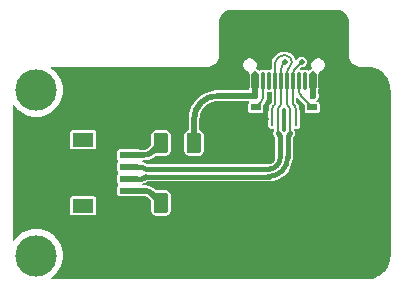
<source format=gbr>
%TF.GenerationSoftware,KiCad,Pcbnew,8.0.9*%
%TF.CreationDate,2025-07-19T06:53:02+07:00*%
%TF.ProjectId,Daughterboard,44617567-6874-4657-9262-6f6172642e6b,rev?*%
%TF.SameCoordinates,Original*%
%TF.FileFunction,Copper,L1,Top*%
%TF.FilePolarity,Positive*%
%FSLAX46Y46*%
G04 Gerber Fmt 4.6, Leading zero omitted, Abs format (unit mm)*
G04 Created by KiCad (PCBNEW 8.0.9) date 2025-07-19 06:53:02*
%MOMM*%
%LPD*%
G01*
G04 APERTURE LIST*
G04 Aperture macros list*
%AMRoundRect*
0 Rectangle with rounded corners*
0 $1 Rounding radius*
0 $2 $3 $4 $5 $6 $7 $8 $9 X,Y pos of 4 corners*
0 Add a 4 corners polygon primitive as box body*
4,1,4,$2,$3,$4,$5,$6,$7,$8,$9,$2,$3,0*
0 Add four circle primitives for the rounded corners*
1,1,$1+$1,$2,$3*
1,1,$1+$1,$4,$5*
1,1,$1+$1,$6,$7*
1,1,$1+$1,$8,$9*
0 Add four rect primitives between the rounded corners*
20,1,$1+$1,$2,$3,$4,$5,0*
20,1,$1+$1,$4,$5,$6,$7,0*
20,1,$1+$1,$6,$7,$8,$9,0*
20,1,$1+$1,$8,$9,$2,$3,0*%
G04 Aperture macros list end*
%TA.AperFunction,SMDPad,CuDef*%
%ADD10RoundRect,0.250000X-0.375000X-0.625000X0.375000X-0.625000X0.375000X0.625000X-0.375000X0.625000X0*%
%TD*%
%TA.AperFunction,WasherPad*%
%ADD11C,3.500001*%
%TD*%
%TA.AperFunction,SMDPad,CuDef*%
%ADD12R,0.900000X0.500000*%
%TD*%
%TA.AperFunction,SMDPad,CuDef*%
%ADD13RoundRect,0.250000X0.375000X0.625000X-0.375000X0.625000X-0.375000X-0.625000X0.375000X-0.625000X0*%
%TD*%
%TA.AperFunction,ComponentPad*%
%ADD14C,3.500001*%
%TD*%
%TA.AperFunction,SMDPad,CuDef*%
%ADD15RoundRect,0.125000X-0.000010X-0.150000X0.000010X-0.150000X0.000010X0.150000X-0.000010X0.150000X0*%
%TD*%
%TA.AperFunction,SMDPad,CuDef*%
%ADD16R,0.250000X0.550000*%
%TD*%
%TA.AperFunction,SMDPad,CuDef*%
%ADD17R,0.300000X0.550000*%
%TD*%
%TA.AperFunction,SMDPad,CuDef*%
%ADD18RoundRect,0.150000X0.150000X0.575000X-0.150000X0.575000X-0.150000X-0.575000X0.150000X-0.575000X0*%
%TD*%
%TA.AperFunction,SMDPad,CuDef*%
%ADD19RoundRect,0.075000X0.075000X0.650000X-0.075000X0.650000X-0.075000X-0.650000X0.075000X-0.650000X0*%
%TD*%
%TA.AperFunction,ComponentPad*%
%ADD20O,1.100000X2.200000*%
%TD*%
%TA.AperFunction,ComponentPad*%
%ADD21O,1.300000X1.900000*%
%TD*%
%TA.AperFunction,SMDPad,CuDef*%
%ADD22R,1.800000X1.200000*%
%TD*%
%TA.AperFunction,SMDPad,CuDef*%
%ADD23R,1.550000X0.600000*%
%TD*%
%TA.AperFunction,ViaPad*%
%ADD24C,0.800000*%
%TD*%
%TA.AperFunction,ViaPad*%
%ADD25C,0.450000*%
%TD*%
%TA.AperFunction,ViaPad*%
%ADD26C,0.600000*%
%TD*%
%TA.AperFunction,ViaPad*%
%ADD27C,0.500000*%
%TD*%
%TA.AperFunction,Conductor*%
%ADD28C,0.500000*%
%TD*%
%TA.AperFunction,Conductor*%
%ADD29C,0.200000*%
%TD*%
%TA.AperFunction,Conductor*%
%ADD30C,0.430000*%
%TD*%
G04 APERTURE END LIST*
D10*
%TO.P,L1,1,1*%
%TO.N,GND*%
X86585000Y-71725800D03*
%TO.P,L1,2,2*%
%TO.N,GNDPWR*%
X89385000Y-71725800D03*
%TD*%
D11*
%TO.P,MH3,*%
%TO.N,*%
X76015000Y-76185800D03*
%TD*%
%TO.P,MH1,*%
%TO.N,*%
X76015000Y-62185800D03*
%TD*%
D12*
%TO.P,R1,1*%
%TO.N,CC1*%
X99400000Y-63650000D03*
%TO.P,R1,2*%
%TO.N,GNDPWR*%
X99400000Y-65150000D03*
%TD*%
D13*
%TO.P,F1,1*%
%TO.N,VBUS*%
X89385000Y-66645800D03*
%TO.P,F1,2*%
%TO.N,VCC*%
X86585000Y-66645800D03*
%TD*%
D14*
%TO.P,MH2,1,Pin_1*%
%TO.N,GNDPWR*%
X104015000Y-76185800D03*
%TD*%
D15*
%TO.P,U1,1,IO1*%
%TO.N,DA+*%
X96000000Y-64985000D03*
D16*
%TO.P,U1,2,IO2*%
%TO.N,DA-*%
X96500000Y-64985000D03*
D17*
%TO.P,U1,3,GND*%
%TO.N,GNDPWR*%
X97000000Y-64985000D03*
D16*
%TO.P,U1,4,D2+*%
%TO.N,DA+*%
X97500000Y-64985000D03*
%TO.P,U1,5,D2-*%
%TO.N,DA-*%
X98000000Y-64985000D03*
%TO.P,U1,6,NC*%
X98000000Y-64215000D03*
%TO.P,U1,7,NC*%
%TO.N,DA+*%
X97500000Y-64215000D03*
D17*
%TO.P,U1,8,GND*%
%TO.N,GNDPWR*%
X97000000Y-64215000D03*
D16*
%TO.P,U1,9,NC*%
%TO.N,DA-*%
X96500000Y-64215000D03*
%TO.P,U1,10,NC*%
%TO.N,DA+*%
X96000000Y-64215000D03*
%TD*%
D18*
%TO.P,J1,A1,GND*%
%TO.N,GNDPWR*%
X100248000Y-61375000D03*
%TO.P,J1,A4,VBUS*%
%TO.N,VBUS*%
X99448000Y-61375000D03*
D19*
%TO.P,J1,A5,CC1*%
%TO.N,CC1*%
X98248000Y-61375000D03*
%TO.P,J1,A6,D+*%
%TO.N,DA+*%
X97252000Y-61375000D03*
%TO.P,J1,A7,D-*%
%TO.N,DA-*%
X96748000Y-61375000D03*
%TO.P,J1,A8,SBU1*%
%TO.N,unconnected-(J1-SBU1-PadA8)*%
X95748000Y-61375000D03*
D18*
%TO.P,J1,B1,GND*%
%TO.N,GNDPWR*%
X93748000Y-61375000D03*
%TO.P,J1,B4,VBUS*%
%TO.N,VBUS*%
X94548000Y-61375000D03*
D19*
%TO.P,J1,B5,CC2*%
%TO.N,CC2*%
X95248000Y-61375000D03*
%TO.P,J1,B6,D+*%
%TO.N,DA+*%
X96248000Y-61375000D03*
%TO.P,J1,B7,D-*%
%TO.N,DA-*%
X97748000Y-61375000D03*
%TO.P,J1,B8,SBU2*%
%TO.N,unconnected-(J1-SBU2-PadB8)*%
X98748000Y-61375000D03*
D20*
%TO.P,J1,S,SHIELD*%
%TO.N,GNDPWR*%
X101298000Y-60600000D03*
D21*
X101298000Y-56400000D03*
D20*
X92698000Y-60600000D03*
D21*
X92698000Y-56400000D03*
%TD*%
D12*
%TO.P,R2,1*%
%TO.N,CC2*%
X94600000Y-63650000D03*
%TO.P,R2,2*%
%TO.N,GNDPWR*%
X94600000Y-65150000D03*
%TD*%
D22*
%TO.P,J4,*%
%TO.N,*%
X79995000Y-66385800D03*
X79995000Y-71985800D03*
D23*
%TO.P,J4,1,Pin_1*%
%TO.N,VCC*%
X83870000Y-67685800D03*
%TO.P,J4,2,Pin_2*%
%TO.N,DA-*%
X83870000Y-68685800D03*
%TO.P,J4,3,Pin_3*%
%TO.N,DA+*%
X83870000Y-69685800D03*
%TO.P,J4,4,Pin_4*%
%TO.N,GND*%
X83870000Y-70685800D03*
%TD*%
D24*
%TO.N,GNDPWR*%
X93855000Y-71867000D03*
X98935000Y-57897000D03*
X88775000Y-76947000D03*
X100205000Y-69327000D03*
X82425000Y-62977000D03*
X92585000Y-76947000D03*
X79885000Y-61707000D03*
X101475000Y-76947000D03*
X98935000Y-66787000D03*
X84965000Y-61707000D03*
X91315000Y-66787000D03*
X101475000Y-71867000D03*
X82425000Y-75677000D03*
X97665000Y-73137000D03*
X96395000Y-76947000D03*
X95125000Y-66787000D03*
D25*
X97000000Y-64600000D03*
D24*
X87505000Y-74407000D03*
X82425000Y-66787000D03*
X78615000Y-68057000D03*
X104015000Y-68057000D03*
X82425000Y-71867000D03*
X76075000Y-69327000D03*
X104015000Y-61707000D03*
X79885000Y-70597000D03*
X78615000Y-64247000D03*
X84965000Y-76947000D03*
X102745000Y-65517000D03*
X98935000Y-75677000D03*
X91315000Y-74407000D03*
X101475000Y-62977000D03*
X91315000Y-70597000D03*
X96395000Y-56627000D03*
X92585000Y-64247000D03*
X78615000Y-74407000D03*
X84965000Y-65517000D03*
X76075000Y-73137000D03*
X79885000Y-76947000D03*
X93855000Y-57897000D03*
X95125000Y-74407000D03*
D26*
X99400000Y-64600000D03*
D24*
X84965000Y-73137000D03*
X104015000Y-73137000D03*
X96395000Y-70597000D03*
X76075000Y-65517000D03*
X87505000Y-62977000D03*
D26*
X94600000Y-64600000D03*
%TO.N,VBUS*%
X94548000Y-62648000D03*
X99448000Y-62648000D03*
D27*
%TO.N,DA-*%
X97109341Y-59791341D03*
X98498000Y-59791341D03*
%TD*%
D28*
%TO.N,GNDPWR*%
X99400000Y-65150000D02*
X99400000Y-64600000D01*
X94600000Y-65150000D02*
X94600000Y-64600000D01*
%TO.N,VCC*%
X85837893Y-67392907D02*
X86585000Y-66645800D01*
X83870000Y-67685800D02*
X85130786Y-67685800D01*
X85130786Y-67685800D02*
G75*
G03*
X85837900Y-67392914I14J1000000D01*
G01*
%TO.N,VBUS*%
X99448000Y-62648000D02*
X99448000Y-60825000D01*
X89385000Y-64648000D02*
X89385000Y-66645800D01*
X94548000Y-60825000D02*
X94548000Y-62648000D01*
X94548000Y-62648000D02*
X91385000Y-62648000D01*
D29*
X94548000Y-60825000D02*
X94548000Y-60819670D01*
D28*
X91385000Y-62648000D02*
G75*
G03*
X89385000Y-64648000I0J-2000000D01*
G01*
D29*
%TO.N,CC1*%
X98248000Y-60825000D02*
X98248000Y-62083786D01*
X98540893Y-62790893D02*
X99400000Y-63650000D01*
X98248000Y-62083786D02*
G75*
G03*
X98540886Y-62790900I1000000J-14D01*
G01*
%TO.N,DA+*%
X96248000Y-60825000D02*
X96248000Y-63272761D01*
D30*
X85120369Y-69597932D02*
X85129633Y-69588668D01*
D29*
X97500000Y-63793553D02*
X97500000Y-64215000D01*
X97252000Y-60633107D02*
X97252000Y-60825000D01*
X96174776Y-63449538D02*
X96073223Y-63551091D01*
X97500000Y-64985000D02*
X97500000Y-65850000D01*
D30*
X83870000Y-69685800D02*
X84908237Y-69685800D01*
D29*
X97483606Y-59387788D02*
X97512895Y-59417077D01*
X96000000Y-64215000D02*
X96000000Y-64985000D01*
X97325224Y-63515224D02*
X97426777Y-63616777D01*
X96000000Y-63727867D02*
X96000000Y-64215000D01*
D30*
X97315000Y-67870800D02*
X97315000Y-66035000D01*
D29*
X97500000Y-64215000D02*
X97500000Y-64985000D01*
X97512894Y-60165106D02*
X97398446Y-60279554D01*
X96893766Y-59241341D02*
X97130052Y-59241341D01*
D30*
X85341765Y-69500800D02*
X95685000Y-69500800D01*
D29*
X96248000Y-60825000D02*
X96248000Y-59887107D01*
D30*
X97315000Y-66035000D02*
X97500000Y-65850000D01*
D29*
X96394447Y-59533553D02*
X96540213Y-59387787D01*
X97252000Y-60825000D02*
X97252000Y-63338447D01*
X97659341Y-59770630D02*
X97659341Y-59811552D01*
X97252000Y-60633107D02*
G75*
G02*
X97398443Y-60279551I500000J7D01*
G01*
X96174776Y-63449538D02*
G75*
G03*
X96247972Y-63272761I-176776J176738D01*
G01*
X96893766Y-59241341D02*
G75*
G03*
X96540239Y-59387813I34J-499959D01*
G01*
X96248000Y-59887107D02*
G75*
G02*
X96394444Y-59533550I500000J7D01*
G01*
X97512895Y-59417077D02*
G75*
G02*
X97659308Y-59770630I-353595J-353523D01*
G01*
X97252000Y-63338447D02*
G75*
G03*
X97325247Y-63515201I250000J47D01*
G01*
X97483606Y-59387788D02*
G75*
G03*
X97130052Y-59241363I-353506J-353512D01*
G01*
D30*
X95685000Y-69500800D02*
G75*
G03*
X97315000Y-67870800I0J1630000D01*
G01*
X85341765Y-69500800D02*
G75*
G03*
X85129650Y-69588685I35J-300000D01*
G01*
D29*
X97512894Y-60165106D02*
G75*
G03*
X97659295Y-59811552I-353594J353506D01*
G01*
X97426777Y-63616777D02*
G75*
G02*
X97500033Y-63793553I-176777J-176823D01*
G01*
X96073223Y-63551091D02*
G75*
G03*
X95999977Y-63727867I176777J-176809D01*
G01*
D30*
X84908237Y-69685800D02*
G75*
G03*
X85120351Y-69597914I-37J300000D01*
G01*
%TO.N,DA-*%
X85120369Y-68773668D02*
X85129633Y-68782932D01*
X96685000Y-67870800D02*
X96685000Y-66035000D01*
D29*
X96674776Y-63515224D02*
X96573223Y-63616777D01*
X97109341Y-59791341D02*
X96894446Y-60006236D01*
D30*
X83870000Y-68685800D02*
X84908237Y-68685800D01*
D29*
X97748000Y-60825000D02*
X97748000Y-60748448D01*
D30*
X85341765Y-68870800D02*
X95685000Y-68870800D01*
D29*
X96500000Y-63793553D02*
X96500000Y-64215000D01*
X97894447Y-60394894D02*
X98498000Y-59791341D01*
X97821224Y-63445538D02*
X97926777Y-63551091D01*
X98000000Y-63727867D02*
X98000000Y-64215000D01*
D30*
X96685000Y-66035000D02*
X96500000Y-65850000D01*
D29*
X96748000Y-60825000D02*
X96748000Y-63338447D01*
X98000000Y-64215000D02*
X98000000Y-64985000D01*
X96500000Y-64985000D02*
X96500000Y-65850000D01*
X97748000Y-60825000D02*
X97748000Y-63268761D01*
X96748000Y-60359789D02*
X96748000Y-60825000D01*
X96500000Y-64215000D02*
X96500000Y-64985000D01*
D30*
X95685000Y-68870800D02*
G75*
G03*
X96685000Y-67870800I0J1000000D01*
G01*
D29*
X96573223Y-63616777D02*
G75*
G03*
X96499967Y-63793553I176777J-176823D01*
G01*
X97748000Y-63268761D02*
G75*
G03*
X97821204Y-63445558I250000J-39D01*
G01*
X96748000Y-63338447D02*
G75*
G02*
X96674753Y-63515201I-250000J47D01*
G01*
X98000000Y-63727867D02*
G75*
G03*
X97926761Y-63551107I-250000J-33D01*
G01*
X97748000Y-60748448D02*
G75*
G02*
X97894423Y-60394870I500000J48D01*
G01*
D30*
X85120369Y-68773668D02*
G75*
G03*
X84908237Y-68685774I-212169J-212132D01*
G01*
X85341765Y-68870800D02*
G75*
G02*
X85129650Y-68782915I35J300000D01*
G01*
D29*
X96894446Y-60006236D02*
G75*
G03*
X96747992Y-60359789I353554J-353564D01*
G01*
%TO.N,CC2*%
X95248000Y-60825000D02*
X95248000Y-62587786D01*
X94955107Y-63294893D02*
X94600000Y-63650000D01*
X95248000Y-62587786D02*
G75*
G02*
X94955114Y-63294900I-1000000J-14D01*
G01*
D28*
%TO.N,GND*%
X85837893Y-70978693D02*
X86585000Y-71725800D01*
X83870000Y-70685800D02*
X85130786Y-70685800D01*
X85837893Y-70978693D02*
G75*
G03*
X85130786Y-70685810I-707093J-707107D01*
G01*
%TD*%
%TA.AperFunction,Conductor*%
%TO.N,GNDPWR*%
G36*
X97030274Y-63644527D02*
G01*
X97062499Y-63671565D01*
X97074410Y-63689384D01*
X97074424Y-63689405D01*
X97109282Y-63724253D01*
X97109281Y-63724253D01*
X97109289Y-63724260D01*
X97168371Y-63783342D01*
X97190111Y-63829962D01*
X97186371Y-63854264D01*
X97187578Y-63854505D01*
X97174500Y-63920251D01*
X97174500Y-64509748D01*
X97186132Y-64568230D01*
X97187372Y-64571222D01*
X97187553Y-64575371D01*
X97187578Y-64575496D01*
X97187558Y-64575499D01*
X97189616Y-64622613D01*
X97187373Y-64628776D01*
X97186132Y-64631770D01*
X97174500Y-64690251D01*
X97174500Y-65279748D01*
X97186132Y-65338229D01*
X97186825Y-65339266D01*
X97187545Y-65341640D01*
X97188968Y-65345075D01*
X97188629Y-65345215D01*
X97199500Y-65381048D01*
X97199500Y-65531744D01*
X97181907Y-65580082D01*
X97177474Y-65584919D01*
X97053172Y-65709220D01*
X97006552Y-65730959D01*
X96956865Y-65717645D01*
X96946824Y-65709219D01*
X96940123Y-65702518D01*
X96822525Y-65584919D01*
X96800786Y-65538299D01*
X96800500Y-65531745D01*
X96800500Y-65381048D01*
X96811370Y-65345215D01*
X96811032Y-65345075D01*
X96812454Y-65341640D01*
X96813175Y-65339266D01*
X96813867Y-65338231D01*
X96825500Y-65279748D01*
X96825500Y-64690252D01*
X96813867Y-64631769D01*
X96813864Y-64631765D01*
X96812629Y-64628782D01*
X96812447Y-64624633D01*
X96812422Y-64624505D01*
X96812441Y-64624501D01*
X96810382Y-64577391D01*
X96812630Y-64571216D01*
X96813864Y-64568234D01*
X96813867Y-64568231D01*
X96825500Y-64509748D01*
X96825500Y-63920252D01*
X96813867Y-63861769D01*
X96813866Y-63861768D01*
X96812422Y-63854505D01*
X96814836Y-63854024D01*
X96813079Y-63813915D01*
X96831626Y-63783343D01*
X96915236Y-63699735D01*
X96915237Y-63699732D01*
X96918648Y-63696322D01*
X96918904Y-63696029D01*
X96925552Y-63689384D01*
X96937460Y-63671566D01*
X96978945Y-63641157D01*
X97030274Y-63644527D01*
G37*
%TD.AperFunction*%
%TA.AperFunction,Conductor*%
G36*
X101473938Y-55385823D02*
G01*
X101480328Y-55385979D01*
X101564778Y-55388048D01*
X101577601Y-55389469D01*
X101756727Y-55425100D01*
X101770822Y-55429375D01*
X101938693Y-55498910D01*
X101951694Y-55505859D01*
X102102774Y-55606807D01*
X102114169Y-55616160D01*
X102242639Y-55744630D01*
X102251992Y-55756025D01*
X102352940Y-55907105D01*
X102359889Y-55920106D01*
X102429422Y-56087971D01*
X102433701Y-56102078D01*
X102469329Y-56281194D01*
X102470751Y-56294023D01*
X102472977Y-56384861D01*
X102473000Y-56386703D01*
X102473000Y-59185817D01*
X102475406Y-59284047D01*
X102475408Y-59284060D01*
X102513743Y-59476783D01*
X102513744Y-59476786D01*
X102570009Y-59612623D01*
X102588945Y-59658337D01*
X102698119Y-59821728D01*
X102698121Y-59821730D01*
X102698123Y-59821733D01*
X102837066Y-59960676D01*
X102837069Y-59960678D01*
X102837072Y-59960681D01*
X103000463Y-60069855D01*
X103182013Y-60145056D01*
X103374746Y-60183393D01*
X103399309Y-60183994D01*
X103472982Y-60185800D01*
X103473000Y-60185800D01*
X104014332Y-60185800D01*
X104015672Y-60185811D01*
X104153153Y-60188264D01*
X104162514Y-60189017D01*
X104435363Y-60228246D01*
X104445826Y-60230522D01*
X104709664Y-60307992D01*
X104719714Y-60311741D01*
X104969833Y-60425967D01*
X104979241Y-60431104D01*
X105106340Y-60512786D01*
X105210563Y-60579766D01*
X105219141Y-60586187D01*
X105426967Y-60766268D01*
X105434531Y-60773832D01*
X105614610Y-60981655D01*
X105621033Y-60990236D01*
X105769692Y-61221553D01*
X105774834Y-61230970D01*
X105889057Y-61481084D01*
X105892807Y-61491137D01*
X105970274Y-61754963D01*
X105972555Y-61765447D01*
X106011782Y-62038285D01*
X106012535Y-62047645D01*
X106014988Y-62185126D01*
X106015000Y-62186468D01*
X106015000Y-76185131D01*
X106014988Y-76186473D01*
X106012535Y-76323954D01*
X106011782Y-76333314D01*
X105972555Y-76606152D01*
X105970274Y-76616636D01*
X105892807Y-76880462D01*
X105889057Y-76890515D01*
X105774834Y-77140629D01*
X105769692Y-77150046D01*
X105621033Y-77381363D01*
X105614605Y-77389950D01*
X105434537Y-77597760D01*
X105426960Y-77605337D01*
X105219152Y-77785404D01*
X105210563Y-77791833D01*
X104979246Y-77940492D01*
X104969829Y-77945634D01*
X104719715Y-78059857D01*
X104709662Y-78063607D01*
X104445836Y-78141074D01*
X104435352Y-78143355D01*
X104162514Y-78182582D01*
X104153154Y-78183335D01*
X104018661Y-78185734D01*
X104015671Y-78185788D01*
X104014332Y-78185800D01*
X77334882Y-78185800D01*
X77286544Y-78168207D01*
X77260824Y-78123658D01*
X77269757Y-78073000D01*
X77293101Y-78048074D01*
X77392838Y-77981433D01*
X77615427Y-77786227D01*
X77810633Y-77563638D01*
X77975115Y-77317473D01*
X78106059Y-77051945D01*
X78201224Y-76771597D01*
X78258983Y-76481226D01*
X78278346Y-76185800D01*
X78278346Y-76185794D01*
X102912498Y-76185794D01*
X102912498Y-76185805D01*
X102932420Y-76394441D01*
X102932422Y-76394451D01*
X102991472Y-76595560D01*
X103087513Y-76781854D01*
X103217079Y-76946610D01*
X103217081Y-76946611D01*
X103217082Y-76946613D01*
X103375486Y-77083872D01*
X103557004Y-77188671D01*
X103755075Y-77257224D01*
X103962541Y-77287053D01*
X104171902Y-77277080D01*
X104171909Y-77277078D01*
X104171912Y-77277078D01*
X104375589Y-77227666D01*
X104375589Y-77227665D01*
X104375593Y-77227665D01*
X104566251Y-77140595D01*
X104736985Y-77019015D01*
X104881625Y-76867322D01*
X104994943Y-76690996D01*
X105072843Y-76496411D01*
X105112510Y-76290599D01*
X105115000Y-76185800D01*
X105112510Y-76081001D01*
X105072843Y-75875189D01*
X105058030Y-75838189D01*
X104994943Y-75680604D01*
X104994942Y-75680602D01*
X104881626Y-75504279D01*
X104736988Y-75352588D01*
X104736987Y-75352587D01*
X104736985Y-75352585D01*
X104566251Y-75231005D01*
X104566246Y-75231002D01*
X104566243Y-75231001D01*
X104375593Y-75143935D01*
X104375589Y-75143933D01*
X104171912Y-75094521D01*
X104171902Y-75094520D01*
X103962542Y-75084547D01*
X103962541Y-75084547D01*
X103893385Y-75094490D01*
X103755073Y-75114376D01*
X103557001Y-75182930D01*
X103375488Y-75287726D01*
X103375486Y-75287728D01*
X103217079Y-75424989D01*
X103087513Y-75589745D01*
X102991472Y-75776039D01*
X102932422Y-75977148D01*
X102932420Y-75977158D01*
X102912498Y-76185794D01*
X78278346Y-76185794D01*
X78258983Y-75890374D01*
X78201224Y-75600003D01*
X78106059Y-75319655D01*
X77975115Y-75054127D01*
X77810633Y-74807962D01*
X77706632Y-74689372D01*
X77615427Y-74585372D01*
X77496837Y-74481372D01*
X77392838Y-74390167D01*
X77146673Y-74225685D01*
X77146669Y-74225683D01*
X76881144Y-74094740D01*
X76699297Y-74033012D01*
X76600797Y-73999576D01*
X76600794Y-73999575D01*
X76600793Y-73999575D01*
X76453654Y-73970307D01*
X76310426Y-73941817D01*
X76310424Y-73941816D01*
X76310420Y-73941816D01*
X76015000Y-73922454D01*
X75719579Y-73941816D01*
X75719574Y-73941817D01*
X75429206Y-73999575D01*
X75148855Y-74094740D01*
X74883330Y-74225683D01*
X74637162Y-74390167D01*
X74414572Y-74585372D01*
X74219366Y-74807963D01*
X74219360Y-74807971D01*
X74152726Y-74907696D01*
X74111243Y-74938113D01*
X74059913Y-74934748D01*
X74022755Y-74899177D01*
X74015000Y-74865917D01*
X74015000Y-71366051D01*
X78894500Y-71366051D01*
X78894500Y-72605548D01*
X78906132Y-72664029D01*
X78906133Y-72664031D01*
X78950448Y-72730352D01*
X79016769Y-72774667D01*
X79046010Y-72780483D01*
X79075251Y-72786300D01*
X79075252Y-72786300D01*
X80914749Y-72786300D01*
X80934242Y-72782422D01*
X80973231Y-72774667D01*
X81039552Y-72730352D01*
X81083867Y-72664031D01*
X81095500Y-72605548D01*
X81095500Y-71366052D01*
X81083867Y-71307569D01*
X81039552Y-71241248D01*
X80973231Y-71196933D01*
X80973229Y-71196932D01*
X80914749Y-71185300D01*
X80914748Y-71185300D01*
X79075252Y-71185300D01*
X79075251Y-71185300D01*
X79016770Y-71196932D01*
X79016768Y-71196933D01*
X78950448Y-71241248D01*
X78906133Y-71307568D01*
X78906132Y-71307570D01*
X78894500Y-71366051D01*
X74015000Y-71366051D01*
X74015000Y-67366051D01*
X82894500Y-67366051D01*
X82894500Y-68005548D01*
X82906132Y-68064029D01*
X82906133Y-68064031D01*
X82950448Y-68130352D01*
X82950449Y-68130352D01*
X82950450Y-68130354D01*
X82952722Y-68132626D01*
X82954462Y-68136359D01*
X82954563Y-68136509D01*
X82954539Y-68136524D01*
X82974462Y-68179246D01*
X82961148Y-68228933D01*
X82952722Y-68238974D01*
X82950450Y-68241245D01*
X82906133Y-68307568D01*
X82906132Y-68307570D01*
X82894500Y-68366051D01*
X82894500Y-69005548D01*
X82906132Y-69064029D01*
X82906133Y-69064031D01*
X82950448Y-69130352D01*
X82950449Y-69130352D01*
X82950450Y-69130354D01*
X82952722Y-69132626D01*
X82954462Y-69136359D01*
X82954563Y-69136509D01*
X82954539Y-69136524D01*
X82974462Y-69179246D01*
X82961148Y-69228933D01*
X82952722Y-69238974D01*
X82950450Y-69241245D01*
X82906133Y-69307568D01*
X82906132Y-69307570D01*
X82894500Y-69366051D01*
X82894500Y-70005548D01*
X82906132Y-70064029D01*
X82906133Y-70064031D01*
X82950448Y-70130352D01*
X82950449Y-70130352D01*
X82950450Y-70130354D01*
X82952722Y-70132626D01*
X82954462Y-70136359D01*
X82954563Y-70136509D01*
X82954539Y-70136524D01*
X82974462Y-70179246D01*
X82961148Y-70228933D01*
X82952722Y-70238974D01*
X82950450Y-70241245D01*
X82906133Y-70307568D01*
X82906132Y-70307570D01*
X82894500Y-70366051D01*
X82894500Y-71005548D01*
X82906132Y-71064029D01*
X82906133Y-71064031D01*
X82950448Y-71130352D01*
X83016769Y-71174667D01*
X83034159Y-71178126D01*
X83075251Y-71186300D01*
X83075252Y-71186300D01*
X84664749Y-71186300D01*
X84688291Y-71181617D01*
X84723231Y-71174667D01*
X84723234Y-71174665D01*
X84761683Y-71148974D01*
X84803462Y-71136300D01*
X85071483Y-71136300D01*
X85127098Y-71136300D01*
X85134467Y-71136661D01*
X85230625Y-71146131D01*
X85245083Y-71149007D01*
X85333990Y-71175976D01*
X85347608Y-71181617D01*
X85429546Y-71225411D01*
X85441801Y-71233598D01*
X85516428Y-71294842D01*
X85521896Y-71299799D01*
X85737474Y-71515377D01*
X85759214Y-71561997D01*
X85759500Y-71568551D01*
X85759500Y-72405073D01*
X85762353Y-72435492D01*
X85762354Y-72435499D01*
X85762355Y-72435501D01*
X85807205Y-72563679D01*
X85807207Y-72563682D01*
X85887850Y-72672950D01*
X85997117Y-72753592D01*
X85997120Y-72753594D01*
X86027889Y-72764360D01*
X86125301Y-72798446D01*
X86139347Y-72799763D01*
X86155727Y-72801300D01*
X86155734Y-72801300D01*
X87014272Y-72801300D01*
X87028312Y-72799982D01*
X87044699Y-72798446D01*
X87172882Y-72753593D01*
X87282150Y-72672950D01*
X87362793Y-72563682D01*
X87407646Y-72435499D01*
X87409073Y-72420282D01*
X87410500Y-72405073D01*
X87410500Y-71046526D01*
X87408869Y-71029143D01*
X87407646Y-71016101D01*
X87362793Y-70887918D01*
X87282150Y-70778650D01*
X87172882Y-70698007D01*
X87172879Y-70698005D01*
X87075470Y-70663921D01*
X87044699Y-70653154D01*
X87044694Y-70653153D01*
X87044692Y-70653153D01*
X87014273Y-70650300D01*
X87014266Y-70650300D01*
X86177765Y-70650300D01*
X86129427Y-70632707D01*
X86124591Y-70628275D01*
X86089226Y-70592911D01*
X86089222Y-70592907D01*
X85938370Y-70477157D01*
X85773701Y-70382088D01*
X85773697Y-70382086D01*
X85773693Y-70382084D01*
X85598037Y-70309327D01*
X85598024Y-70309323D01*
X85414375Y-70260117D01*
X85414368Y-70260115D01*
X85367238Y-70253911D01*
X85225851Y-70235299D01*
X85225848Y-70235299D01*
X85130780Y-70235300D01*
X85068656Y-70235300D01*
X85020318Y-70217707D01*
X84994598Y-70173158D01*
X85003531Y-70122500D01*
X85042936Y-70089435D01*
X85053977Y-70086347D01*
X85076630Y-70081837D01*
X85116987Y-70073806D01*
X85247192Y-70019857D01*
X85364372Y-69941543D01*
X85367585Y-69938330D01*
X85414203Y-69916587D01*
X85420764Y-69916300D01*
X95819066Y-69916300D01*
X95819069Y-69916300D01*
X96084914Y-69881301D01*
X96343915Y-69811902D01*
X96591643Y-69709290D01*
X96823857Y-69575220D01*
X97036586Y-69411988D01*
X97226188Y-69222386D01*
X97389420Y-69009657D01*
X97523490Y-68777443D01*
X97626102Y-68529715D01*
X97695501Y-68270714D01*
X97730500Y-68004869D01*
X97730500Y-67870800D01*
X97730500Y-67811060D01*
X97730500Y-66238253D01*
X97748093Y-66189915D01*
X97752515Y-66185089D01*
X97832483Y-66105122D01*
X97887184Y-66010376D01*
X97915500Y-65904701D01*
X97915500Y-65795299D01*
X97887184Y-65689623D01*
X97832483Y-65594877D01*
X97832481Y-65594875D01*
X97832479Y-65594872D01*
X97826481Y-65588874D01*
X97804741Y-65542254D01*
X97818055Y-65492567D01*
X97860192Y-65463062D01*
X97879655Y-65460500D01*
X98144749Y-65460500D01*
X98164242Y-65456622D01*
X98203231Y-65448867D01*
X98269552Y-65404552D01*
X98313867Y-65338231D01*
X98325500Y-65279748D01*
X98325500Y-64690252D01*
X98313867Y-64631769D01*
X98313864Y-64631765D01*
X98312629Y-64628782D01*
X98312447Y-64624633D01*
X98312422Y-64624505D01*
X98312441Y-64624501D01*
X98310382Y-64577391D01*
X98312630Y-64571216D01*
X98313864Y-64568234D01*
X98313867Y-64568231D01*
X98325500Y-64509748D01*
X98325500Y-63920252D01*
X98313867Y-63861769D01*
X98313173Y-63860730D01*
X98312453Y-63858356D01*
X98311032Y-63854926D01*
X98311369Y-63854786D01*
X98300500Y-63818952D01*
X98300500Y-63781525D01*
X98300507Y-63781426D01*
X98300506Y-63775424D01*
X98300507Y-63775422D01*
X98300504Y-63759002D01*
X98300526Y-63758940D01*
X98300522Y-63727827D01*
X98300523Y-63727827D01*
X98300516Y-63673608D01*
X98279348Y-63567257D01*
X98237840Y-63467078D01*
X98230182Y-63455619D01*
X98177589Y-63376924D01*
X98177587Y-63376921D01*
X98139243Y-63338586D01*
X98139243Y-63338585D01*
X98139237Y-63338580D01*
X98070534Y-63269877D01*
X98050427Y-63226760D01*
X98049398Y-63226920D01*
X98049389Y-63226862D01*
X98049173Y-63224071D01*
X98048794Y-63223257D01*
X98048508Y-63216646D01*
X98048508Y-63215446D01*
X98048500Y-63215331D01*
X98048500Y-62876796D01*
X98066093Y-62828458D01*
X98110642Y-62802738D01*
X98161300Y-62811671D01*
X98184535Y-62832592D01*
X98256033Y-62931002D01*
X98296143Y-62971112D01*
X98296155Y-62971126D01*
X98300432Y-62975403D01*
X98300433Y-62975404D01*
X98328405Y-63003376D01*
X98366344Y-63041316D01*
X98366351Y-63041322D01*
X98727474Y-63402445D01*
X98749214Y-63449065D01*
X98749500Y-63455619D01*
X98749500Y-63919748D01*
X98761132Y-63978229D01*
X98761133Y-63978231D01*
X98805448Y-64044552D01*
X98871769Y-64088867D01*
X98901010Y-64094683D01*
X98930251Y-64100500D01*
X98930252Y-64100500D01*
X99869749Y-64100500D01*
X99889242Y-64096622D01*
X99928231Y-64088867D01*
X99994552Y-64044552D01*
X100038867Y-63978231D01*
X100050500Y-63919748D01*
X100050500Y-63380252D01*
X100049841Y-63376941D01*
X100038867Y-63321770D01*
X100038866Y-63321768D01*
X100035996Y-63317473D01*
X99994552Y-63255448D01*
X99928231Y-63211133D01*
X99928229Y-63211132D01*
X99869749Y-63199500D01*
X99869748Y-63199500D01*
X99771710Y-63199500D01*
X99723372Y-63181907D01*
X99697652Y-63137358D01*
X99706585Y-63086700D01*
X99731054Y-63061038D01*
X99779126Y-63030144D01*
X99779125Y-63030144D01*
X99779128Y-63030143D01*
X99873377Y-62921373D01*
X99933165Y-62790457D01*
X99953647Y-62648000D01*
X99933165Y-62505543D01*
X99905296Y-62444519D01*
X99898500Y-62413279D01*
X99898500Y-62150761D01*
X99906141Y-62117733D01*
X99938573Y-62051393D01*
X99948500Y-61983260D01*
X99948500Y-60766740D01*
X99948498Y-60766729D01*
X99938769Y-60699954D01*
X99949209Y-60649585D01*
X99989583Y-60617710D01*
X99993689Y-60616482D01*
X100110135Y-60585281D01*
X100241365Y-60509515D01*
X100348515Y-60402365D01*
X100424281Y-60271135D01*
X100463500Y-60124766D01*
X100463500Y-59973234D01*
X100424281Y-59826865D01*
X100424278Y-59826860D01*
X100424277Y-59826857D01*
X100348515Y-59695634D01*
X100241365Y-59588484D01*
X100110142Y-59512722D01*
X100110136Y-59512720D01*
X100110135Y-59512719D01*
X99963766Y-59473500D01*
X99812234Y-59473500D01*
X99665865Y-59512719D01*
X99665857Y-59512722D01*
X99534634Y-59588484D01*
X99427484Y-59695634D01*
X99351722Y-59826857D01*
X99351719Y-59826865D01*
X99312500Y-59973234D01*
X99312500Y-60124766D01*
X99328854Y-60185800D01*
X99351719Y-60271136D01*
X99359353Y-60284358D01*
X99368286Y-60335016D01*
X99342566Y-60379565D01*
X99313692Y-60394595D01*
X99274119Y-60405198D01*
X99274112Y-60405201D01*
X99171384Y-60464512D01*
X99171381Y-60464514D01*
X99166079Y-60469816D01*
X99145940Y-60484194D01*
X99091519Y-60510800D01*
X99088738Y-60512786D01*
X99039174Y-60526553D01*
X99003265Y-60514109D01*
X99001285Y-60512786D01*
X98930495Y-60465485D01*
X98930493Y-60465484D01*
X98850133Y-60449500D01*
X98645866Y-60449500D01*
X98645865Y-60449501D01*
X98565503Y-60465485D01*
X98539776Y-60482675D01*
X98489810Y-60494900D01*
X98456222Y-60482675D01*
X98450250Y-60478685D01*
X98430495Y-60465485D01*
X98430493Y-60465484D01*
X98416952Y-60462791D01*
X98372976Y-60436104D01*
X98356442Y-60387394D01*
X98375087Y-60339452D01*
X98378441Y-60335869D01*
X98450446Y-60263866D01*
X98497066Y-60242127D01*
X98503620Y-60241841D01*
X98562771Y-60241841D01*
X98562772Y-60241841D01*
X98687069Y-60205345D01*
X98796049Y-60135308D01*
X98880882Y-60037404D01*
X98934697Y-59919567D01*
X98953133Y-59791341D01*
X98934697Y-59663115D01*
X98898202Y-59583204D01*
X98880882Y-59545278D01*
X98880880Y-59545275D01*
X98796051Y-59447376D01*
X98796047Y-59447372D01*
X98687068Y-59377336D01*
X98597725Y-59351104D01*
X98562772Y-59340841D01*
X98433228Y-59340841D01*
X98405016Y-59349124D01*
X98308931Y-59377336D01*
X98199952Y-59447372D01*
X98199948Y-59447376D01*
X98115119Y-59545275D01*
X98115117Y-59545278D01*
X98084361Y-59612623D01*
X98048276Y-59649284D01*
X97997069Y-59654172D01*
X97954700Y-59625002D01*
X97941682Y-59593140D01*
X97940110Y-59583209D01*
X97940107Y-59583198D01*
X97901182Y-59463369D01*
X97843993Y-59351106D01*
X97843992Y-59351104D01*
X97769943Y-59249165D01*
X97762623Y-59241843D01*
X97757348Y-59236567D01*
X97757293Y-59236504D01*
X97753355Y-59232566D01*
X97734032Y-59213243D01*
X97734027Y-59213237D01*
X97729745Y-59208955D01*
X97721744Y-59200954D01*
X97721738Y-59200941D01*
X97721735Y-59200945D01*
X97718746Y-59197955D01*
X97718719Y-59197898D01*
X97651553Y-59130735D01*
X97651550Y-59130732D01*
X97549608Y-59056672D01*
X97549602Y-59056668D01*
X97437334Y-58999471D01*
X97317488Y-58960538D01*
X97317482Y-58960537D01*
X97193029Y-58940836D01*
X97193028Y-58940836D01*
X97130023Y-58940841D01*
X96947416Y-58940841D01*
X96947379Y-58940838D01*
X96941340Y-58940838D01*
X96926789Y-58940838D01*
X96924930Y-58940839D01*
X96924831Y-58940803D01*
X96830744Y-58940809D01*
X96830734Y-58940810D01*
X96706295Y-58960529D01*
X96706280Y-58960533D01*
X96586461Y-58999476D01*
X96586457Y-58999477D01*
X96474183Y-59056695D01*
X96474183Y-59056696D01*
X96372249Y-59130770D01*
X96372247Y-59130772D01*
X96327750Y-59175279D01*
X96327744Y-59175285D01*
X96215616Y-59287412D01*
X96215615Y-59287411D01*
X96215613Y-59287414D01*
X96215612Y-59287416D01*
X96201807Y-59301220D01*
X96201796Y-59301225D01*
X96137409Y-59365613D01*
X96137406Y-59365616D01*
X96063346Y-59467554D01*
X96063342Y-59467562D01*
X96006144Y-59579822D01*
X96006143Y-59579823D01*
X95967210Y-59699655D01*
X95967208Y-59699664D01*
X95947499Y-59824106D01*
X95947499Y-59824114D01*
X95947500Y-59863225D01*
X95947500Y-60377235D01*
X95929907Y-60425573D01*
X95885358Y-60451293D01*
X95857635Y-60450991D01*
X95850136Y-60449500D01*
X95645866Y-60449500D01*
X95645865Y-60449501D01*
X95565503Y-60465485D01*
X95539776Y-60482675D01*
X95489810Y-60494900D01*
X95456222Y-60482675D01*
X95450250Y-60478685D01*
X95430495Y-60465485D01*
X95430493Y-60465484D01*
X95430492Y-60465484D01*
X95350133Y-60449500D01*
X95145866Y-60449500D01*
X95145865Y-60449501D01*
X95065505Y-60465484D01*
X94992734Y-60514109D01*
X94942768Y-60526335D01*
X94907258Y-60512783D01*
X94904487Y-60510804D01*
X94850058Y-60484195D01*
X94829913Y-60469810D01*
X94824613Y-60464510D01*
X94721887Y-60405201D01*
X94721880Y-60405199D01*
X94682307Y-60394595D01*
X94640170Y-60365090D01*
X94626857Y-60315403D01*
X94636645Y-60284360D01*
X94644281Y-60271135D01*
X94683500Y-60124766D01*
X94683500Y-59973234D01*
X94644281Y-59826865D01*
X94644278Y-59826860D01*
X94644277Y-59826857D01*
X94568515Y-59695634D01*
X94461365Y-59588484D01*
X94330142Y-59512722D01*
X94330136Y-59512720D01*
X94330135Y-59512719D01*
X94183766Y-59473500D01*
X94032234Y-59473500D01*
X93885865Y-59512719D01*
X93885857Y-59512722D01*
X93754634Y-59588484D01*
X93647484Y-59695634D01*
X93571722Y-59826857D01*
X93571719Y-59826865D01*
X93532500Y-59973234D01*
X93532500Y-60124766D01*
X93571719Y-60271134D01*
X93571722Y-60271142D01*
X93647484Y-60402365D01*
X93754634Y-60509515D01*
X93885857Y-60585277D01*
X93885860Y-60585278D01*
X93885865Y-60585281D01*
X94002280Y-60616474D01*
X94044416Y-60645978D01*
X94057730Y-60695665D01*
X94057230Y-60699953D01*
X94047500Y-60766729D01*
X94047500Y-61983268D01*
X94057427Y-62051392D01*
X94075945Y-62089272D01*
X94081369Y-62140426D01*
X94052643Y-62183097D01*
X94008386Y-62197500D01*
X91236770Y-62197500D01*
X90942479Y-62233233D01*
X90942471Y-62233235D01*
X90654632Y-62304180D01*
X90377444Y-62409305D01*
X90114956Y-62547069D01*
X90114948Y-62547074D01*
X90114947Y-62547075D01*
X90033620Y-62603210D01*
X89870970Y-62715479D01*
X89649068Y-62912068D01*
X89452479Y-63133970D01*
X89359004Y-63269393D01*
X89284770Y-63376941D01*
X89284076Y-63377946D01*
X89284069Y-63377956D01*
X89146305Y-63640444D01*
X89041180Y-63917632D01*
X88970235Y-64205471D01*
X88970233Y-64205479D01*
X88934500Y-64499770D01*
X88934500Y-65516577D01*
X88916907Y-65564915D01*
X88884137Y-65587557D01*
X88797120Y-65618005D01*
X88797117Y-65618007D01*
X88687850Y-65698650D01*
X88607207Y-65807917D01*
X88607205Y-65807920D01*
X88562355Y-65936098D01*
X88562353Y-65936107D01*
X88559500Y-65966526D01*
X88559500Y-67325073D01*
X88562353Y-67355492D01*
X88562354Y-67355499D01*
X88562355Y-67355501D01*
X88607205Y-67483679D01*
X88607207Y-67483682D01*
X88687850Y-67592950D01*
X88797117Y-67673592D01*
X88797120Y-67673594D01*
X88827889Y-67684360D01*
X88925301Y-67718446D01*
X88939347Y-67719763D01*
X88955727Y-67721300D01*
X88955734Y-67721300D01*
X89814272Y-67721300D01*
X89828312Y-67719982D01*
X89844699Y-67718446D01*
X89972882Y-67673593D01*
X90082150Y-67592950D01*
X90162793Y-67483682D01*
X90207646Y-67355499D01*
X90209073Y-67340282D01*
X90210500Y-67325073D01*
X90210500Y-65966526D01*
X90208869Y-65949143D01*
X90207646Y-65936101D01*
X90162793Y-65807918D01*
X90082150Y-65698650D01*
X89972882Y-65618007D01*
X89972879Y-65618005D01*
X89885863Y-65587557D01*
X89846048Y-65554986D01*
X89835500Y-65516577D01*
X89835500Y-64650680D01*
X89835692Y-64645315D01*
X89836661Y-64631769D01*
X89850888Y-64432842D01*
X89852415Y-64422227D01*
X89884038Y-64276859D01*
X89897123Y-64216708D01*
X89900140Y-64206428D01*
X89973647Y-64009348D01*
X89978105Y-63999590D01*
X90053361Y-63861769D01*
X90078901Y-63814996D01*
X90084690Y-63805985D01*
X90210753Y-63637585D01*
X90217767Y-63629491D01*
X90366491Y-63480767D01*
X90374585Y-63473753D01*
X90542985Y-63347690D01*
X90551996Y-63341901D01*
X90683898Y-63269877D01*
X90736590Y-63241105D01*
X90746349Y-63236647D01*
X90761865Y-63230860D01*
X90943428Y-63163140D01*
X90953708Y-63160123D01*
X91159232Y-63115414D01*
X91169842Y-63113888D01*
X91382316Y-63098692D01*
X91387681Y-63098500D01*
X91444309Y-63098500D01*
X93992436Y-63098500D01*
X94040774Y-63116093D01*
X94066494Y-63160642D01*
X94057561Y-63211300D01*
X94034217Y-63236224D01*
X94016825Y-63247846D01*
X94005448Y-63255448D01*
X93961133Y-63321768D01*
X93961132Y-63321770D01*
X93949500Y-63380251D01*
X93949500Y-63919748D01*
X93961132Y-63978229D01*
X93961133Y-63978231D01*
X94005448Y-64044552D01*
X94071769Y-64088867D01*
X94101010Y-64094683D01*
X94130251Y-64100500D01*
X94130252Y-64100500D01*
X95069749Y-64100500D01*
X95089242Y-64096622D01*
X95128231Y-64088867D01*
X95194552Y-64044552D01*
X95238867Y-63978231D01*
X95250500Y-63919748D01*
X95250500Y-63444952D01*
X95264862Y-63400751D01*
X95281424Y-63377956D01*
X95360295Y-63269398D01*
X95453226Y-63087004D01*
X95516481Y-62892318D01*
X95548501Y-62690134D01*
X95548500Y-62587782D01*
X95548500Y-62540187D01*
X95548500Y-62372763D01*
X95566093Y-62324426D01*
X95610642Y-62298706D01*
X95638371Y-62299009D01*
X95645867Y-62300500D01*
X95850132Y-62300499D01*
X95850133Y-62300499D01*
X95850133Y-62300498D01*
X95854958Y-62299539D01*
X95857630Y-62299008D01*
X95908471Y-62306833D01*
X95942387Y-62345508D01*
X95947500Y-62372763D01*
X95947500Y-63219329D01*
X95947491Y-63219445D01*
X95947491Y-63220701D01*
X95947368Y-63221038D01*
X95946611Y-63230860D01*
X95946602Y-63230918D01*
X95943923Y-63230502D01*
X95929898Y-63269039D01*
X95925466Y-63273875D01*
X95829469Y-63369873D01*
X95829288Y-63370079D01*
X95822438Y-63376928D01*
X95822427Y-63376941D01*
X95762184Y-63467082D01*
X95762180Y-63467089D01*
X95720676Y-63567256D01*
X95720673Y-63567265D01*
X95699507Y-63673606D01*
X95699507Y-63673612D01*
X95699505Y-63683663D01*
X95699500Y-63683757D01*
X95699500Y-63727827D01*
X95699492Y-63781426D01*
X95699500Y-63781525D01*
X95699500Y-63818952D01*
X95688630Y-63854786D01*
X95688968Y-63854926D01*
X95687546Y-63858356D01*
X95686827Y-63860730D01*
X95686134Y-63861766D01*
X95686132Y-63861770D01*
X95674500Y-63920251D01*
X95674500Y-64509748D01*
X95686132Y-64568229D01*
X95686825Y-64569266D01*
X95687545Y-64571640D01*
X95688968Y-64575075D01*
X95688629Y-64575215D01*
X95699500Y-64611048D01*
X95699500Y-64692555D01*
X95692454Y-64724336D01*
X95680742Y-64749451D01*
X95680740Y-64749457D01*
X95674500Y-64796862D01*
X95674500Y-65173135D01*
X95680741Y-65220546D01*
X95729250Y-65324575D01*
X95729256Y-65324583D01*
X95810416Y-65405743D01*
X95810424Y-65405749D01*
X95914450Y-65454257D01*
X95914452Y-65454257D01*
X95914455Y-65454259D01*
X95961861Y-65460500D01*
X96038138Y-65460499D01*
X96085545Y-65454259D01*
X96092519Y-65451006D01*
X96143762Y-65446523D01*
X96185900Y-65476027D01*
X96199500Y-65519161D01*
X96199500Y-65531745D01*
X96181907Y-65580083D01*
X96177474Y-65584919D01*
X96167520Y-65594872D01*
X96167516Y-65594878D01*
X96112816Y-65689621D01*
X96101740Y-65730959D01*
X96084501Y-65795299D01*
X96084501Y-65904701D01*
X96101069Y-65966534D01*
X96112816Y-66010378D01*
X96155957Y-66085100D01*
X96167517Y-66105123D01*
X96247474Y-66185079D01*
X96269214Y-66231699D01*
X96269500Y-66238254D01*
X96269500Y-67866577D01*
X96269027Y-67874997D01*
X96255793Y-67992443D01*
X96252046Y-68008860D01*
X96214414Y-68116408D01*
X96207108Y-68131578D01*
X96166044Y-68196933D01*
X96146488Y-68228057D01*
X96135988Y-68241222D01*
X96055422Y-68321788D01*
X96042257Y-68332288D01*
X95945780Y-68392908D01*
X95930608Y-68400214D01*
X95823060Y-68437846D01*
X95806643Y-68441593D01*
X95689198Y-68454827D01*
X95680778Y-68455300D01*
X85420727Y-68455300D01*
X85372389Y-68437707D01*
X85367548Y-68433270D01*
X85364356Y-68430077D01*
X85364352Y-68430074D01*
X85364351Y-68430073D01*
X85247184Y-68351768D01*
X85247178Y-68351765D01*
X85116980Y-68297819D01*
X85116975Y-68297818D01*
X85053844Y-68285253D01*
X85009870Y-68258563D01*
X84993341Y-68209851D01*
X85011990Y-68161911D01*
X85057092Y-68137174D01*
X85068523Y-68136300D01*
X85195415Y-68136300D01*
X85195549Y-68136290D01*
X85225850Y-68136291D01*
X85414365Y-68111475D01*
X85591437Y-68064031D01*
X85598021Y-68062267D01*
X85598022Y-68062266D01*
X85598028Y-68062265D01*
X85773697Y-67989503D01*
X85938365Y-67894435D01*
X86089215Y-67778686D01*
X86110220Y-67757680D01*
X86110233Y-67757670D01*
X86124578Y-67743326D01*
X86171198Y-67721586D01*
X86177752Y-67721300D01*
X87014272Y-67721300D01*
X87028312Y-67719982D01*
X87044699Y-67718446D01*
X87172882Y-67673593D01*
X87282150Y-67592950D01*
X87362793Y-67483682D01*
X87407646Y-67355499D01*
X87409073Y-67340282D01*
X87410500Y-67325073D01*
X87410500Y-65966526D01*
X87408869Y-65949143D01*
X87407646Y-65936101D01*
X87362793Y-65807918D01*
X87282150Y-65698650D01*
X87172882Y-65618007D01*
X87172879Y-65618005D01*
X87064498Y-65580082D01*
X87044699Y-65573154D01*
X87044694Y-65573153D01*
X87044692Y-65573153D01*
X87014273Y-65570300D01*
X87014266Y-65570300D01*
X86155734Y-65570300D01*
X86155727Y-65570300D01*
X86125307Y-65573153D01*
X86125303Y-65573153D01*
X86125301Y-65573154D01*
X86125298Y-65573154D01*
X86125298Y-65573155D01*
X85997120Y-65618005D01*
X85997117Y-65618007D01*
X85887850Y-65698650D01*
X85807207Y-65807917D01*
X85807205Y-65807920D01*
X85762355Y-65936098D01*
X85762353Y-65936107D01*
X85759500Y-65966526D01*
X85759500Y-66803047D01*
X85741907Y-66851385D01*
X85737474Y-66856221D01*
X85521957Y-67071738D01*
X85516489Y-67076695D01*
X85441799Y-67137990D01*
X85429541Y-67146180D01*
X85347605Y-67189974D01*
X85333985Y-67195615D01*
X85245081Y-67222582D01*
X85230624Y-67225458D01*
X85152456Y-67233156D01*
X85134364Y-67234938D01*
X85126997Y-67235300D01*
X84803462Y-67235300D01*
X84761683Y-67222626D01*
X84723234Y-67196934D01*
X84723229Y-67196932D01*
X84664749Y-67185300D01*
X84664748Y-67185300D01*
X83075252Y-67185300D01*
X83075251Y-67185300D01*
X83016770Y-67196932D01*
X83016768Y-67196933D01*
X82950448Y-67241248D01*
X82906133Y-67307568D01*
X82906132Y-67307570D01*
X82894500Y-67366051D01*
X74015000Y-67366051D01*
X74015000Y-65766051D01*
X78894500Y-65766051D01*
X78894500Y-67005548D01*
X78906132Y-67064029D01*
X78906133Y-67064031D01*
X78950448Y-67130352D01*
X79016769Y-67174667D01*
X79046010Y-67180483D01*
X79075251Y-67186300D01*
X79075252Y-67186300D01*
X80914749Y-67186300D01*
X80934242Y-67182422D01*
X80973231Y-67174667D01*
X81039552Y-67130352D01*
X81083867Y-67064031D01*
X81095500Y-67005548D01*
X81095500Y-65766052D01*
X81094772Y-65762394D01*
X81083867Y-65707570D01*
X81083866Y-65707568D01*
X81077907Y-65698650D01*
X81039552Y-65641248D01*
X80973231Y-65596933D01*
X80973229Y-65596932D01*
X80914749Y-65585300D01*
X80914748Y-65585300D01*
X79075252Y-65585300D01*
X79075251Y-65585300D01*
X79016770Y-65596932D01*
X79016768Y-65596933D01*
X78950448Y-65641248D01*
X78906133Y-65707568D01*
X78906132Y-65707570D01*
X78894500Y-65766051D01*
X74015000Y-65766051D01*
X74015000Y-63505682D01*
X74032593Y-63457344D01*
X74077142Y-63431624D01*
X74127800Y-63440557D01*
X74152725Y-63463901D01*
X74219367Y-63563638D01*
X74286725Y-63640445D01*
X74414572Y-63786227D01*
X74491880Y-63854024D01*
X74637162Y-63981433D01*
X74883327Y-64145915D01*
X75148855Y-64276859D01*
X75429203Y-64372024D01*
X75719574Y-64429783D01*
X76015000Y-64449146D01*
X76310426Y-64429783D01*
X76600797Y-64372024D01*
X76881145Y-64276859D01*
X77146673Y-64145915D01*
X77392838Y-63981433D01*
X77615427Y-63786227D01*
X77810633Y-63563638D01*
X77975115Y-63317473D01*
X78106059Y-63051945D01*
X78201224Y-62771597D01*
X78258983Y-62481226D01*
X78278346Y-62185800D01*
X78258983Y-61890374D01*
X78201224Y-61600003D01*
X78106059Y-61319655D01*
X77975115Y-61054127D01*
X77810633Y-60807962D01*
X77671740Y-60649585D01*
X77615427Y-60585372D01*
X77477611Y-60464511D01*
X77392838Y-60390167D01*
X77293101Y-60323525D01*
X77262686Y-60282043D01*
X77266050Y-60230714D01*
X77301622Y-60193555D01*
X77334882Y-60185800D01*
X90523018Y-60185800D01*
X90593742Y-60184066D01*
X90621254Y-60183393D01*
X90813987Y-60145056D01*
X90995537Y-60069855D01*
X91158928Y-59960681D01*
X91297881Y-59821728D01*
X91407055Y-59658337D01*
X91482256Y-59476787D01*
X91520593Y-59284054D01*
X91522629Y-59200941D01*
X91523000Y-59185817D01*
X91523000Y-56386703D01*
X91523023Y-56384862D01*
X91525248Y-56294024D01*
X91526670Y-56281194D01*
X91562300Y-56102069D01*
X91566574Y-56087980D01*
X91636112Y-55920101D01*
X91643056Y-55907109D01*
X91744010Y-55756020D01*
X91753355Y-55744635D01*
X91881835Y-55616155D01*
X91893220Y-55606810D01*
X92044309Y-55505856D01*
X92057301Y-55498912D01*
X92225180Y-55429374D01*
X92239269Y-55425100D01*
X92418399Y-55389469D01*
X92431220Y-55388048D01*
X92516153Y-55385967D01*
X92522062Y-55385823D01*
X92523903Y-55385800D01*
X101472097Y-55385800D01*
X101473938Y-55385823D01*
G37*
%TD.AperFunction*%
%TD*%
M02*

</source>
